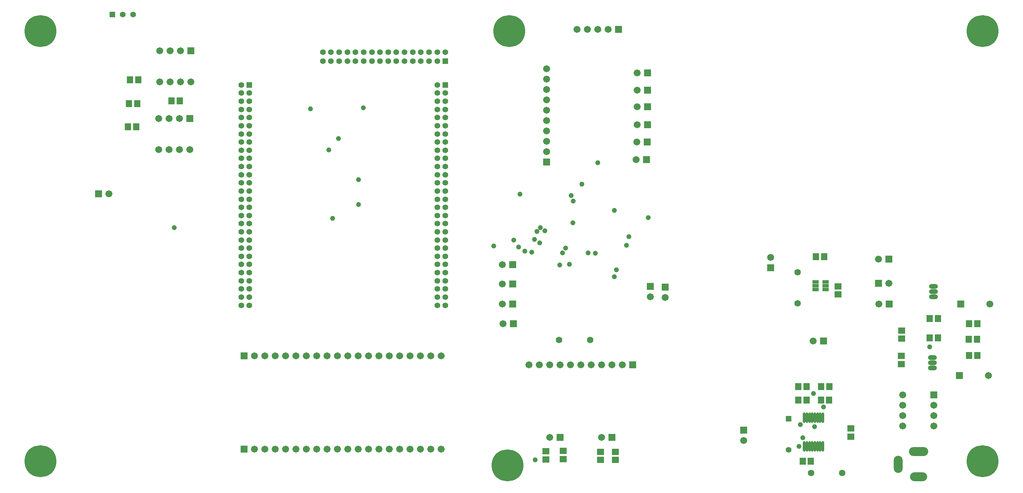
<source format=gbs>
G04*
G04 #@! TF.GenerationSoftware,Altium Limited,Altium Designer,18.1.6 (161)*
G04*
G04 Layer_Color=16711935*
%FSLAX25Y25*%
%MOIN*%
G70*
G01*
G75*
%ADD22R,0.06312X0.06706*%
%ADD23R,0.06706X0.06312*%
%ADD27C,0.06312*%
%ADD28O,0.18517X0.08674*%
%ADD29O,0.16548X0.08674*%
%ADD30O,0.08674X0.16548*%
%ADD31C,0.06706*%
%ADD32C,0.06706*%
%ADD33R,0.05524X0.05524*%
%ADD34C,0.05524*%
%ADD35R,0.06706X0.06706*%
%ADD36R,0.06706X0.06706*%
%ADD37O,0.08674X0.04737*%
%ADD38O,0.08674X0.04737*%
%ADD39R,0.05524X0.05524*%
%ADD40C,0.30800*%
%ADD41C,0.04800*%
%ADD65R,0.05918X0.03556*%
%ADD66O,0.02572X0.10249*%
D22*
X250063Y471000D02*
D03*
X257937D02*
D03*
X879150Y320760D02*
D03*
X871276D02*
D03*
X858563Y123520D02*
D03*
X866437D02*
D03*
X884150Y195520D02*
D03*
X876276D02*
D03*
X862150D02*
D03*
X854276D02*
D03*
X884024Y182520D02*
D03*
X876150D02*
D03*
X854276D02*
D03*
X862150D02*
D03*
X1026937Y256000D02*
D03*
X1019063D02*
D03*
X210063Y491500D02*
D03*
X217937D02*
D03*
X216874Y468500D02*
D03*
X209000D02*
D03*
X208000Y446000D02*
D03*
X215874D02*
D03*
X988874Y261000D02*
D03*
X981000D02*
D03*
X988937Y242500D02*
D03*
X981063D02*
D03*
X1019063Y225500D02*
D03*
X1026937D02*
D03*
X1018626Y241000D02*
D03*
X1026500D02*
D03*
D23*
X905000Y147063D02*
D03*
Y154937D02*
D03*
X953500Y224937D02*
D03*
Y217063D02*
D03*
X892776Y292197D02*
D03*
Y284323D02*
D03*
X954000Y249500D02*
D03*
Y241626D02*
D03*
X678000Y132500D02*
D03*
Y124626D02*
D03*
X663500Y132500D02*
D03*
Y124626D02*
D03*
X627500Y125500D02*
D03*
Y133374D02*
D03*
X611000Y133000D02*
D03*
Y125126D02*
D03*
D27*
X653500Y240500D02*
D03*
X623500D02*
D03*
X896500Y112020D02*
D03*
X866500D02*
D03*
X853776Y275760D02*
D03*
Y305760D02*
D03*
D28*
X970437Y132909D02*
D03*
D29*
Y108500D02*
D03*
D30*
X950752Y120311D02*
D03*
D31*
X975358Y132909D02*
D03*
X965516D02*
D03*
D32*
X966500Y108500D02*
D03*
X974374D02*
D03*
X950752Y124248D02*
D03*
Y116374D02*
D03*
X931563Y318500D02*
D03*
X941563Y295000D02*
D03*
X868500Y239500D02*
D03*
X932000Y275000D02*
D03*
X801500Y143500D02*
D03*
X827500Y320000D02*
D03*
X1037476Y206000D02*
D03*
X698000Y414500D02*
D03*
X698500Y431500D02*
D03*
X699000Y448000D02*
D03*
X611500Y422000D02*
D03*
Y442000D02*
D03*
Y452000D02*
D03*
Y462000D02*
D03*
Y472000D02*
D03*
Y482000D02*
D03*
Y492000D02*
D03*
Y502000D02*
D03*
Y432000D02*
D03*
X699000Y465500D02*
D03*
Y481500D02*
D03*
Y498000D02*
D03*
X726000Y281500D02*
D03*
X711626Y282000D02*
D03*
X569000Y294500D02*
D03*
Y313000D02*
D03*
X569500Y256000D02*
D03*
X569000Y275000D02*
D03*
X671000Y540000D02*
D03*
X661000D02*
D03*
X651000D02*
D03*
X641000D02*
D03*
X237500Y424256D02*
D03*
X247500D02*
D03*
X257500D02*
D03*
X267500D02*
D03*
X237500Y454256D02*
D03*
X247500D02*
D03*
X257500D02*
D03*
X238500Y489500D02*
D03*
X248500D02*
D03*
X258500D02*
D03*
X268500D02*
D03*
X238500Y519500D02*
D03*
X248500D02*
D03*
X258500D02*
D03*
X189500Y381500D02*
D03*
X1038976Y275000D02*
D03*
X955000Y157500D02*
D03*
Y167500D02*
D03*
Y177500D02*
D03*
Y187500D02*
D03*
X985000Y157500D02*
D03*
Y167500D02*
D03*
Y177500D02*
D03*
X614500Y146500D02*
D03*
X664500D02*
D03*
X594500Y216500D02*
D03*
X604500D02*
D03*
X614500D02*
D03*
X624500D02*
D03*
X634500D02*
D03*
X644500D02*
D03*
X654500D02*
D03*
X664500D02*
D03*
X674500D02*
D03*
X684500D02*
D03*
X330000Y225000D02*
D03*
X340000D02*
D03*
X350000D02*
D03*
X360000D02*
D03*
X370000D02*
D03*
X380000D02*
D03*
X390000D02*
D03*
X400000D02*
D03*
X410000D02*
D03*
X420000D02*
D03*
X430000D02*
D03*
X440000D02*
D03*
X450000D02*
D03*
X460000D02*
D03*
X470000D02*
D03*
X480000D02*
D03*
X490000D02*
D03*
X500000D02*
D03*
X510000D02*
D03*
X330000Y135000D02*
D03*
X340000D02*
D03*
X350000D02*
D03*
X360000D02*
D03*
X370000D02*
D03*
X380000D02*
D03*
X390000D02*
D03*
X400000D02*
D03*
X410000D02*
D03*
X420000D02*
D03*
X430000D02*
D03*
X440000D02*
D03*
X450000D02*
D03*
X460000D02*
D03*
X470000D02*
D03*
X480000D02*
D03*
X490000D02*
D03*
X500000D02*
D03*
X510000D02*
D03*
D33*
X845000Y164500D02*
D03*
X514000Y486500D02*
D03*
X325024D02*
D03*
D34*
X845000Y134500D02*
D03*
X213000Y554500D02*
D03*
X203000D02*
D03*
X514000Y273902D02*
D03*
X506126D02*
D03*
X317150D02*
D03*
X325024D02*
D03*
X514000Y517996D02*
D03*
X506126Y509500D02*
D03*
Y517996D02*
D03*
X498252Y509500D02*
D03*
Y517996D02*
D03*
X490378Y509500D02*
D03*
Y517996D02*
D03*
X482504Y509500D02*
D03*
Y517996D02*
D03*
X474630Y509500D02*
D03*
Y517996D02*
D03*
X466756Y509500D02*
D03*
Y517996D02*
D03*
X458882Y509500D02*
D03*
Y517996D02*
D03*
X451008Y509500D02*
D03*
Y517996D02*
D03*
X443134Y509500D02*
D03*
Y517996D02*
D03*
X435260Y509500D02*
D03*
Y517996D02*
D03*
X427386Y509500D02*
D03*
Y517996D02*
D03*
X419512Y509500D02*
D03*
Y517996D02*
D03*
X411638Y509500D02*
D03*
Y517996D02*
D03*
X403764Y509500D02*
D03*
Y517996D02*
D03*
X395890Y509500D02*
D03*
Y517996D02*
D03*
X506126Y384138D02*
D03*
X514000D02*
D03*
X506126Y392012D02*
D03*
X514000D02*
D03*
X506126Y399886D02*
D03*
X514000D02*
D03*
X506126Y407760D02*
D03*
X514000D02*
D03*
X506126Y415634D02*
D03*
X514000D02*
D03*
X506126Y423508D02*
D03*
X514000D02*
D03*
X506126Y431382D02*
D03*
X514000D02*
D03*
X506126Y439256D02*
D03*
X514000D02*
D03*
X506126Y447130D02*
D03*
X514000D02*
D03*
X506126Y455004D02*
D03*
X514000D02*
D03*
X506126Y462878D02*
D03*
X514000D02*
D03*
X506126Y470752D02*
D03*
X514000D02*
D03*
X506126Y478626D02*
D03*
X514000D02*
D03*
X506126Y486500D02*
D03*
X514000Y376264D02*
D03*
X506126D02*
D03*
X514000Y368390D02*
D03*
X506126D02*
D03*
Y281776D02*
D03*
X514000D02*
D03*
Y360516D02*
D03*
X506126D02*
D03*
X514000Y352642D02*
D03*
X506126D02*
D03*
X514000Y344768D02*
D03*
X506126D02*
D03*
X514000Y336894D02*
D03*
X506126D02*
D03*
X514000Y329020D02*
D03*
X506126D02*
D03*
X514000Y321146D02*
D03*
X506126D02*
D03*
X514000Y313272D02*
D03*
X506126D02*
D03*
X514000Y305398D02*
D03*
X506126D02*
D03*
X514000Y297524D02*
D03*
X506126D02*
D03*
X514000Y289650D02*
D03*
X506126D02*
D03*
X317150D02*
D03*
X325024D02*
D03*
X317150Y297524D02*
D03*
X325024D02*
D03*
X317150Y305398D02*
D03*
X325024D02*
D03*
X317150Y313272D02*
D03*
X325024D02*
D03*
X317150Y321146D02*
D03*
X325024D02*
D03*
X317150Y329020D02*
D03*
X325024D02*
D03*
X317150Y336894D02*
D03*
X325024D02*
D03*
X317150Y344768D02*
D03*
X325024D02*
D03*
X317150Y352642D02*
D03*
X325024D02*
D03*
X317150Y360516D02*
D03*
X325024D02*
D03*
Y281776D02*
D03*
X317150D02*
D03*
Y368390D02*
D03*
X325024D02*
D03*
X317150Y376264D02*
D03*
X325024D02*
D03*
X317150Y486500D02*
D03*
X325024Y478626D02*
D03*
X317150D02*
D03*
X325024Y470752D02*
D03*
X317150D02*
D03*
X325024Y462878D02*
D03*
X317150D02*
D03*
X325024Y455004D02*
D03*
X317150D02*
D03*
X325024Y447130D02*
D03*
X317150D02*
D03*
X325024Y439256D02*
D03*
X317150D02*
D03*
X325024Y431382D02*
D03*
X317150D02*
D03*
X325024Y423508D02*
D03*
X317150D02*
D03*
X325024Y415634D02*
D03*
X317150D02*
D03*
X325024Y407760D02*
D03*
X317150D02*
D03*
X325024Y399886D02*
D03*
X317150D02*
D03*
X325024Y392012D02*
D03*
X317150D02*
D03*
X325024Y384138D02*
D03*
X317150D02*
D03*
D35*
X941563Y318500D02*
D03*
X931563Y295000D02*
D03*
X878500Y239500D02*
D03*
X942000Y275000D02*
D03*
X1009524Y206000D02*
D03*
X708000Y414500D02*
D03*
X708500Y431500D02*
D03*
X709000Y448000D02*
D03*
Y465500D02*
D03*
Y481500D02*
D03*
Y498000D02*
D03*
X579000Y294500D02*
D03*
Y313000D02*
D03*
X579500Y256000D02*
D03*
X579000Y275000D02*
D03*
X681000Y540000D02*
D03*
X179500Y381500D02*
D03*
X1011024Y275000D02*
D03*
X985000Y187500D02*
D03*
X624500Y146500D02*
D03*
X674500D02*
D03*
X694500Y216500D02*
D03*
X320000Y225000D02*
D03*
Y135000D02*
D03*
D36*
X801500Y153500D02*
D03*
X827500Y310000D02*
D03*
X611500Y412000D02*
D03*
X726000Y291500D02*
D03*
X711626Y292000D02*
D03*
X267500Y454256D02*
D03*
X268500Y519500D02*
D03*
D37*
X983500Y213500D02*
D03*
Y223500D02*
D03*
X984500Y282000D02*
D03*
Y287000D02*
D03*
Y292000D02*
D03*
D38*
X983500Y218500D02*
D03*
D39*
X193000Y554500D02*
D03*
X514000Y509500D02*
D03*
D40*
X574000Y119500D02*
D03*
X575500Y538500D02*
D03*
X123500D02*
D03*
Y123500D02*
D03*
X1032000D02*
D03*
Y538500D02*
D03*
D41*
X586000Y381000D02*
D03*
X580000Y336894D02*
D03*
X560500Y331000D02*
D03*
X590500Y326000D02*
D03*
X584500Y330000D02*
D03*
X605000Y334000D02*
D03*
X600000Y337500D02*
D03*
X597413Y325000D02*
D03*
X384000Y463298D02*
D03*
X602400Y344943D02*
D03*
X435000Y464500D02*
D03*
X858500Y146000D02*
D03*
X635169Y379713D02*
D03*
X637138Y374400D02*
D03*
X411000Y434807D02*
D03*
X401500Y423807D02*
D03*
X405300Y357700D02*
D03*
X430300Y371200D02*
D03*
Y395100D02*
D03*
X600600Y124626D02*
D03*
X855000Y137740D02*
D03*
X869000Y188900D02*
D03*
X870000Y156900D02*
D03*
X878500Y175900D02*
D03*
X679000Y308000D02*
D03*
X676800Y301500D02*
D03*
X630000Y329000D02*
D03*
X627000Y324300D02*
D03*
X624400Y312700D02*
D03*
X633600Y313500D02*
D03*
X610000Y345638D02*
D03*
X661000Y411400D02*
D03*
X676800Y365300D02*
D03*
X252500Y348900D02*
D03*
X651705Y324400D02*
D03*
X658600Y324200D02*
D03*
X688700Y331858D02*
D03*
X856200Y158900D02*
D03*
X645500Y390900D02*
D03*
X637050Y353350D02*
D03*
X605700Y348700D02*
D03*
X981063Y233900D02*
D03*
X709463Y358463D02*
D03*
X691000Y340000D02*
D03*
D65*
X871051Y296500D02*
D03*
Y292760D02*
D03*
Y289020D02*
D03*
X880500D02*
D03*
Y292760D02*
D03*
Y296500D02*
D03*
D66*
X877957Y137740D02*
D03*
X875398D02*
D03*
X872839D02*
D03*
X870280D02*
D03*
X867720D02*
D03*
X865161D02*
D03*
X862602D02*
D03*
X860043D02*
D03*
X877957Y165299D02*
D03*
X875398D02*
D03*
X872839D02*
D03*
X870280D02*
D03*
X867720D02*
D03*
X865161D02*
D03*
X862602D02*
D03*
X860043D02*
D03*
M02*

</source>
